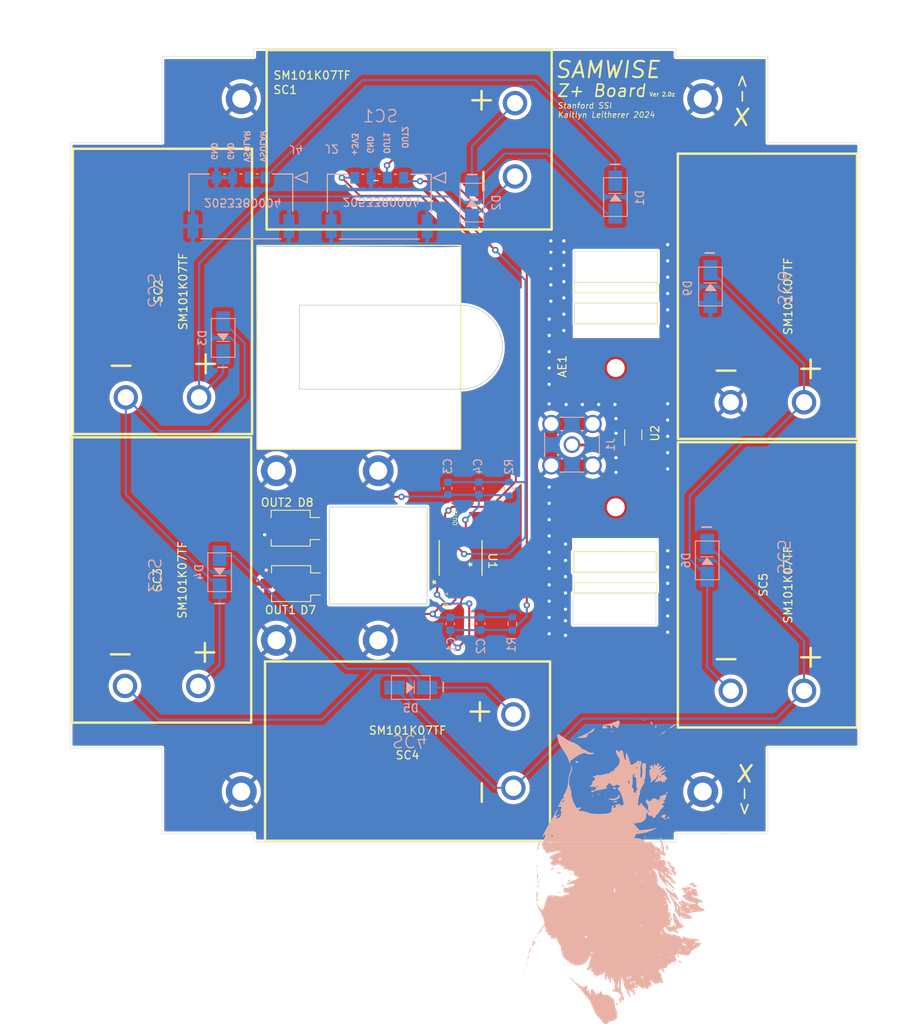
<source format=kicad_pcb>
(kicad_pcb (version 20221018) (generator pcbnew)
  (layers (0 "F.Cu" signal) (1 "In1.Cu" signal) (2 "In2.Cu" signal) (31 "B.Cu" signal) (34 "B.Paste" user) (35 "F.Paste" user) (36 "B.SilkS" user "B.Silkscreen") (37 "F.SilkS" user "F.Silkscreen") (38 "B.Mask" user) (39 "F.Mask" user) (44 "Edge.Cuts" user))
  (net 0 "")
  (net 1 "Net-(AE1-Pad1)")
  (net 2 "Net-(AE1-Pad2)")
  (net 3 "GND")
  (net 4 "Net-(D6-A)")
  (net 5 "VSOLAR")
  (net 6 "Net-(D1-A)")
  (net 7 "Net-(D2-A)")
  (net 8 "Net-(D3-A)")
  (net 9 "Net-(D4-A)")
  (net 10 "Net-(D5-A)")
  (net 11 "Net-(J1-In)")
  (net 13 "/Photodiode 1/IN-")
  (net 14 "OUT1")
  (net 15 "/Photodiode 2/IN-")
  (net 16 "OUT2")
  (net 17 "+3V3")
  (footprint "panels:SM101K07TF" (layer "F.Cu") (at 145.5 69.6 -90)
    (fp_text reference "SC2" (at 0 0.5 90) (layer "F.SilkS"))
    (fp_text value "SM101K07TF" (at 0 -2.54 90) (layer "F.SilkS"))
    (fp_text user "-" (at 8.89 5.08) (layer "F.SilkS") (effects (font (size 3 3) (thickness 0.3))))
    (fp_text user "+" (at 8.89 -5.08 90) (layer "F.SilkS") (effects (font (size 3 3) (thickness 0.3))))
    (pad "1" thru_hole circle (at 13 -4.5 270) (size 3 3) (drill 2) (layers "*.Cu" "*.Mask") (net 7 "Net-(D2-A)"))
    (pad "2" thru_hole circle (at 13 4.5 270) (size 3 3) (drill 2) (layers "*.Cu" "*.Mask") (net 8 "Net-(D3-A)"))
  )
  (footprint "MountingHole:MountingHole_2.2mm_M2_DIN965_Pad_TopBottom" (layer "F.Cu") (at 155.182 45.9656)
    (fp_text reference "H2" hide)
    (fp_text value "~")
    (pad "1" thru_hole circle locked (at 0 0) (size 2.6 2.6) (drill 2.2) (layers "*.Cu" "*.Mask") (net 3 "GND"))
    (pad "1" connect circle locked (at 0 0) (size 3.8 3.8) (layers "F.Cu" "F.Mask") (net 3 "GND"))
    (pad "1" connect circle locked (at 0 0) (size 3.8 3.8) (layers "B.Cu" "B.Mask") (net 3 "GND"))
  )
  (footprint "panels:LTC2051HS8#PBF" (layer "F.Cu") (at 182.12 102.29915 90)
    (fp_text reference "U1" (at -0.37415 3.935 270 unlocked) (layer "F.SilkS"))
    (fp_text value "LTC2051IS8_PBF")
    (fp_text user "*" (at -0.80085 1.505 90 unlocked) (layer "F.SilkS"))
    (fp_text user "*" (at -2.97585 -2.945 90) (layer "F.SilkS"))
    (pad "1" smd rect (at -2.72415 -1.905 90) (size 1.4605 0.5334) (layers "F.Cu" "F.Paste" "F.Mask") (net 14 "OUT1"))
    (pad "2" smd rect (at -2.72415 -0.635 90) (size 1.4605 0.5334) (layers "F.Cu" "F.Paste" "F.Mask") (net 13 "/Photodiode 1/IN-"))
    (pad "3" smd rect (at -2.72415 0.635 90) (size 1.4605 0.5334) (layers "F.Cu" "F.Paste" "F.Mask") (net 3 "GND"))
    (pad "4" smd rect (at -2.72415 1.905 90) (size 1.4605 0.5334) (layers "F.Cu" "F.Paste" "F.Mask") (net 3 "GND"))
    (pad "5" smd rect (at 2.72415 1.905 90) (size 1.4605 0.5334) (layers "F.Cu" "F.Paste" "F.Mask") (net 3 "GND"))
    (pad "6" smd rect (at 2.72415 0.635 90) (size 1.4605 0.5334) (layers "F.Cu" "F.Paste" "F.Mask") (net 15 "/Photodiode 2/IN-"))
    (pad "7" smd rect (at 2.72415 -0.635 90) (size 1.4605 0.5334) (layers "F.Cu" "F.Paste" "F.Mask") (net 16 "OUT2"))
    (pad "8" smd rect (at 2.72415 -1.905 90) (size 1.4605 0.5334) (layers "F.Cu" "F.Paste" "F.Mask") (net 17 "+3V3"))
  )
  (footprint "panels:SM101K07TF" (layer "F.Cu") (at 175.6 126)
    (fp_text reference "SC4" (at 0 0.5) (layer "F.SilkS"))
    (fp_text value "SM101K07TF" (at 0 -2.54) (layer "F.SilkS"))
    (fp_text user "-" (at 8.89 5.08 90) (layer "F.SilkS") (effects (font (size 3 3) (thickness 0.3))))
    (fp_text user "+" (at 8.89 -5.08) (layer "F.SilkS") (effects (font (size 3 3) (thickness 0.3))))
    (pad "1" thru_hole circle (at 13 -4.5) (size 3 3) (drill 2) (layers "*.Cu" "*.Mask") (net 9 "Net-(D4-A)"))
    (pad "2" thru_hole circle (at 13 4.5) (size 3 3) (drill 2) (layers "*.Cu" "*.Mask") (net 10 "Net-(D5-A)"))
  )
  (footprint "MountingHole:MountingHole_2.2mm_M2_DIN965_Pad_TopBottom" (layer "F.Cu") (at 159.5 112.4 90)
    (fp_text reference "H4" hide)
    (fp_text value "~")
    (pad "1" thru_hole circle (at 0 0 90) (size 2.6 2.6) (drill 2.2) (layers "*.Cu" "*.Mask") (net 3 "GND"))
    (pad "1" connect circle (at 0 0 90) (size 3.8 3.8) (layers "F.Cu" "F.Mask") (net 3 "GND"))
    (pad "1" connect circle (at 0 0 90) (size 3.8 3.8) (layers "B.Cu" "B.Mask") (net 3 "GND"))
  )
  (footprint "MountingHole:MountingHole_2.2mm_M2_DIN965_Pad_TopBottom" (layer "F.Cu") (at 172 112.4)
    (fp_text reference "H8" hide)
    (fp_text value "~")
    (pad "1" thru_hole circle (at 0 0) (size 2.6 2.6) (drill 2.2) (layers "*.Cu" "*.Mask") (net 3 "GND"))
    (pad "1" connect circle (at 0 0) (size 3.8 3.8) (layers "F.Cu" "F.Mask") (net 3 "GND"))
    (pad "1" connect circle (at 0 0) (size 3.8 3.8) (layers "B.Cu" "B.Mask") (net 3 "GND"))
  )
  (footprint "OptoDevice:Osram_SFH2430" (layer "F.Cu") (at 161.3 105.45 180)
    (fp_text reference "D7" (at -2.1 -3.25) (layer "F.SilkS"))
    (fp_text value "SFH2430" hide)
    (pad "1" smd roundrect (at -3.05 0) (size 1.4 2) (layers "F.Cu" "F.Mask") (roundrect_rratio 0.125) (net 13 "/Photodiode 1/IN-"))
    (pad "2" smd roundrect (at 3.05 0) (size 1.4 1.2) (layers "F.Cu" "F.Mask") (roundrect_rratio 0.125) (net 3 "GND"))
  )
  (footprint "MountingHole:MountingHole_2.2mm_M2_DIN965_Pad_TopBottom" (layer "F.Cu") (at 172 91.6)
    (fp_text reference "H7" hide)
    (fp_text value "~")
    (pad "1" thru_hole circle (at 0 0) (size 2.6 2.6) (drill 2.2) (layers "*.Cu" "*.Mask") (net 3 "GND"))
    (pad "1" connect circle (at 0 0) (size 3.8 3.8) (layers "F.Cu" "F.Mask") (net 3 "GND"))
    (pad "1" connect circle (at 0 0) (size 3.8 3.8) (layers "B.Cu" "B.Mask") (net 3 "GND"))
  )
  (footprint "MountingHole:MountingHole_2.2mm_M2_DIN965_Pad_TopBottom" (layer "F.Cu") (at 211.856 45.9656)
    (fp_text reference "H5" hide)
    (fp_text value "~")
    (pad "1" thru_hole circle locked (at 0 0) (size 2.6 2.6) (drill 2.2) (layers "*.Cu" "*.Mask") (net 3 "GND"))
    (pad "1" connect circle locked (at 0 0) (size 3.8 3.8) (layers "F.Cu" "F.Mask") (net 3 "GND"))
    (pad "1" connect circle locked (at 0 0) (size 3.8 3.8) (layers "B.Cu" "B.Mask") (net 3 "GND"))
  )
  (footprint "panels:SM101K07TF" (layer "F.Cu") (at 175.8 51)
    (fp_text reference "SC1" (at -15.22 -6.128) (layer "F.SilkS"))
    (fp_text value "SM101K07TF" (at -11.918 -7.906) (layer "F.SilkS"))
    (fp_text user "-" (at 8.89 5.08 90) (layer "F.SilkS") (effects (font (size 3 3) (thickness 0.3))))
    (fp_text user "+" (at 8.89 -5.08) (layer "F.SilkS") (effects (font (size 3 3) (thickness 0.3))))
    (pad "1" thru_hole circle (at 13 -4.5) (size 3 3) (drill 2) (layers "*.Cu" "*.Mask") (net 6 "Net-(D1-A)"))
    (pad "2" thru_hole circle (at 13 4.5) (size 3 3) (drill 2) (layers "*.Cu" "*.Mask") (net 7 "Net-(D2-A)"))
  )
  (footprint "panels:SM101K07TF" (layer "F.Cu") (at 219.8 70.2 -90)
    (fp_text reference "SC6" hide)
    (fp_text value "SM101K07TF" (at 0 -2.54 90) (layer "F.SilkS"))
    (fp_text user "-" (at 8.89 5.08) (layer "F.SilkS") (effects (font (size 3 3) (thickness 0.3))))
    (fp_text user "+" (at 8.89 -5.08 90) (layer "F.SilkS") (effects (font (size 3 3) (thickness 0.3))))
    (pad "1" thru_hole circle (at 13 -4.5 270) (size 3 3) (drill 2) (layers "*.Cu" "*.Mask") (net 4 "Net-(D6-A)"))
    (pad "2" thru_hole circle (at 13 4.5 270) (size 3 3) (drill 2) (layers "*.Cu" "*.Mask") (net 3 "GND"))
  )
  (footprint "panels:UHF_Dipole_Antenna_Mount" (layer "F.Cu") (at 199.9 87.54 90)
    (fp_text reference "AE1" (at 8.74 -5.3 90) (layer "F.SilkS"))
    (fp_text value "UHF_Dipole_Antenna")
    (pad "" np_thru_hole custom locked (at -8.54 1.27 90) (size 4 11) (drill 2.2) (layers "F.Cu" "F.Mask") (net 1 "Net-(AE1-Pad1)") (options (clearance outline) (anchor rect)) (primitives))
    (pad "" np_thru_hole rect locked (at 8.54 1.27 90) (size 4 11) (drill 2.2) (layers "F.Cu" "F.Mask") (net 2 "Net-(AE1-Pad2)"))
    (pad "1" smd rect locked (at -8.54 6.35 90) (size 4 1) (layers "F.Cu" "F.Paste" "F.Mask") (net 1 "Net-(AE1-Pad1)"))
    (pad "2" smd rect locked (at 8.54 6.35 90) (size 4 1) (layers "F.Cu" "F.Paste" "F.Mask") (net 2 "Net-(AE1-Pad2)"))
  )
  (footprint "panels:SM101K07TF" (layer "F.Cu") (at 145.4 105 -90)
    (fp_text reference "SC3" (at 0 0.5 90) (layer "F.SilkS"))
    (fp_text value "SM101K07TF" (at 0 -2.54 90) (layer "F.SilkS"))
    (fp_text user "-" (at 8.89 5.08) (layer "F.SilkS") (effects (font (size 3 3) (thickness 0.3))))
    (fp_text user "+" (at 8.89 -5.08 90) (layer "F.SilkS") (effects (font (size 3 3) (thickness 0.3))))
    (pad "1" thru_hole circle (at 13 -4.5 270) (size 3 3) (drill 2) (layers "*.Cu" "*.Mask") (net 8 "Net-(D3-A)"))
    (pad "2" thru_hole circle (at 13 4.5 270) (size 3 3) (drill 2) (layers "*.Cu" "*.Mask") (net 9 "Net-(D4-A)"))
  )
  (footprint "MountingHole:MountingHole_2.2mm_M2_DIN965_Pad_TopBottom" (layer "F.Cu") (at 211.856 130.9656)
    (fp_text reference "H6" hide)
    (fp_text value "~")
    (pad "1" thru_hole circle locked (at 0 0) (size 2.6 2.6) (drill 2.2) (layers "*.Cu" "*.Mask") (net 3 "GND"))
    (pad "1" connect circle locked (at 0 0) (size 3.8 3.8) (layers "F.Cu" "F.Mask") (net 3 "GND"))
    (pad "1" connect circle locked (at 0 0) (size 3.8 3.8) (layers "B.Cu" "B.Mask") (net 3 "GND"))
  )
  (footprint "OptoDevice:Osram_SFH2430" (layer "F.Cu") (at 161.25 98.65 180)
    (fp_text reference "D8" hide)
    (fp_text value "SFH2430" hide)
    (fp_text user "${REFERENCE}" (at -1.825 3.15) (layer "F.SilkS"))
    (pad "1" smd roundrect (at -3.05 0) (size 1.4 2) (layers "F.Cu" "F.Mask") (roundrect_rratio 0.125) (net 15 "/Photodiode 2/IN-"))
    (pad "2" smd roundrect (at 3.05 0) (size 1.4 1.2) (layers "F.Cu" "F.Mask") (roundrect_rratio 0.125) (net 3 "GND"))
  )
  (footprint "panels:SM101K07TF" (layer "F.Cu") (at 219.8 105.6 -90)
    (fp_text reference "SC5" (at 0 0.5 -270) (layer "F.SilkS"))
    (fp_text value "SM101K07TF" (at 0 -2.54 -270) (layer "F.SilkS"))
    (fp_text user "-" (at 8.89 5.08) (layer "F.SilkS") (effects (font (size 3 3) (thickness 0.3))))
    (fp_text user "+" (at 8.89 -5.08 -270) (layer "F.SilkS") (effects (font (size 3 3) (thickness 0.3))))
    (pad "1" thru_hole circle (at 13 -4.5 270) (size 3 3) (drill 2) (layers "*.Cu" "*.Mask") (net 10 "Net-(D5-A)"))
    (pad "2" thru_hole circle (at 13 4.5 270) (size 3 3) (drill 2) (layers "*.Cu" "*.Mask") (net 4 "Net-(D6-A)"))
  )
  (footprint "MountingHole:MountingHole_2.2mm_M2_DIN965_Pad_TopBottom" (layer "F.Cu") (at 155.182 130.9656)
    (fp_text reference "H1" hide)
    (fp_text value "~")
    (pad "1" thru_hole circle locked (at 0 0) (size 2.6 2.6) (drill 2.2) (layers "*.Cu" "*.Mask") (net 3 "GND"))
    (pad "1" connect circle locked (at 0 0) (size 3.8 3.8) (layers "F.Cu" "F.Mask") (net 3 "GND"))
    (pad "1" connect circle locked (at 0 0) (size 3.8 3.8) (layers "B.Cu" "B.Mask") (net 3 "GND"))
  )
  (footprint "panels:HHM1589D1" (layer "F.Cu") (at 203.324 87.184 90)
    (fp_text reference "U2" (at 0.184 2.676 90) (layer "F.SilkS"))
    (fp_text value "HHM1589D1")
    (pad "1" smd rect locked (at -0.9 -0.65 90) (size 1 0.35) (layers "F.Cu" "F.Paste" "F.Mask") (net 11 "Net-(J1-In)") (clearance 0.2))
    (pad "2" smd rect locked (at -0.9 0 90) (size 1 0.35) (layers "F.Cu" "F.Paste" "F.Mask") (net 3 "GND"))
    (pad "3" smd rect locked (at -0.9 0.65 90) (size 1 0.35) (layers "F.Cu" "F.Paste" "F.Mask") (net 1 "Net-(AE1-Pad1)") (clearance 0.2))
    (pad "4" smd rect locked (at 0.9 0.65 90) (size 1 0.35) (layers "F.Cu" "F.Paste" "F.Mask") (net 2 "Net-(AE1-Pad2)") (clearance 0.2))
    (pad "5" smd rect locked (at 0.9 0 90) (size 1 0.35) (layers "F.Cu" "F.Paste" "F.Mask") (net 3 "GND"))
    (pad "6" smd rect locked (at 0.9 -0.65 90) (size 1 0.35) (layers "F.Cu" "F.Paste" "F.Mask") (clearance 0.2))
  )
  (footprint "MountingHole:MountingHole_2.2mm_M2_DIN965_Pad_TopBottom" (layer "F.Cu") (at 159.5 91.6)
    (fp_text reference "H3" hide)
    (fp_text value "~")
    (pad "1" thru_hole circle (at 0 0) (size 2.6 2.6) (drill 2.2) (layers "*.Cu" "*.Mask") (net 3 "GND"))
    (pad "1" connect circle (at 0 0) (size 3.8 3.8) (layers "F.Cu" "F.Mask") (net 3 "GND"))
    (pad "1" connect circle (at 0 0) (size 3.8 3.8) (layers "B.Cu" "B.Mask") (net 3 "GND"))
  )
  (footprint "panels:CON_2053380004" (layer "B.Cu") (at 158.135004 55.624999)
    (fp_text reference "J4" (at 3.789996 -3.449999 180 unlocked) (layer "B.SilkS") (effects (justify mirror)))
    (fp_text value "Conn_01x04_MountingPin" hide)
    (fp_text user "2053380004" (at -2.785004 3.075001 180 unlocked) (layer "B.SilkS") (effects (justify mirror)))
    (pad "1" smd rect (at 0 0) (size 1.1 1.45) (layers "B.Cu" "B.Paste" "B.Mask") (net 5 "VSOLAR"))
    (pad "2" smd rect (at -2.000001 0) (size 1.1 1.45) (layers "B.Cu" "B.Paste" "B.Mask") (net 5 "VSOLAR"))
    (pad "3" smd rect (at -4 0) (size 1.1 1.45) (layers "B.Cu" "B.Paste" "B.Mask") (net 3 "GND"))
    (pad "4" smd rect (at -6.000001 0) (size 1.1 1.45) (layers "B.Cu" "B.Paste" "B.Mask") (net 3 "GND"))
    (pad "MP" smd rect (at -8.894999 5.974999) (size 1.35 2.899999) (layers "B.Cu" "B.Paste" "B.Mask") (net 3 "GND"))
    (pad "MP" smd rect (at 2.894998 5.974999) (size 1.35 2.899999) (layers "B.Cu" "B.Paste" "B.Mask") (net 3 "GND"))
  )
  (footprint "panels:DO-214AC" (layer "B.Cu") (at 183.5 58.7 -90)
    (fp_text reference "D2" (at 0 -3 90) (layer "B.SilkS") (effects (justify mirror)))
    (fp_text value "CDBA240LL" hide)
    (pad "1" smd rect (at -2 0 270) (size 2.5 1.7) (layers "B.Cu" "B.Paste" "B.Mask") (net 6 "Net-(D1-A)"))
    (pad "2" smd rect (at 2 0 270) (size 2.5 1.7) (layers "B.Cu" "B.Paste" "B.Mask") (net 7 "Net-(D2-A)"))
  )
  (footprint "Capacitor_SMD:C_0603_1608Metric" (layer "B.Cu") (at 180.85 110.375 -90)
    (fp_text reference "C1" (at 2.575 -0.11 90) (layer "B.SilkS") (effects (justify mirror)))
    (fp_text value "1nF")
    (pad "1" smd roundrect (at -0.775 0 270) (size 0.9 0.95) (layers "B.Cu" "B.Paste" "B.Mask") (net 13 "/Photodiode 1/IN-"))
    (pad "2" smd roundrect (at 0.775 0 270) (size 0.9 0.95) (layers "B.Cu" "B.Paste" "B.Mask") (net 14 "OUT1"))
  )
  (footprint "panels:DO-214AC" (layer "B.Cu") (at 152.95 75.3 90)
    (fp_text reference "D3" (at 0 -2.54 90) (layer "B.SilkS") (effects (justify mirror)))
    (fp_text value "CDBA240LL")
    (pad "1" smd rect (at -2 0 90) (size 2.5 1.7) (layers "B.Cu" "B.Paste" "B.Mask") (net 7 "Net-(D2-A)"))
    (pad "2" smd rect (at 2 0 90) (size 2.5 1.7) (layers "B.Cu" "B.Paste" "B.Mask") (net 8 "Net-(D3-A)"))
  )
  (footprint "panels:CON_2053380004" (layer "B.Cu") (at 175.125001 55.65)
    (fp_text reference "J2" (at -8.825001 -3.55 180 unlocked) (layer "B.SilkS") (effects (justify mirror)))
    (fp_text value "Conn_01x04_MountingPin" hide)
    (fp_text user "2053380004" (at -2.750001 2.975 180 unlocked) (layer "B.SilkS") (effects (justify mirror)))
    (pad "1" smd rect (at 0 0) (size 1.1 1.45) (layers "B.Cu" "B.Paste" "B.Mask") (net 16 "OUT2"))
    (pad "2" smd rect (at -2.000001 0) (size 1.1 1.45) (layers "B.Cu" "B.Paste" "B.Mask") (net 14 "OUT1"))
    (pad "3" smd rect (at -4 0) (size 1.1 1.45) (layers "B.Cu" "B.Paste" "B.Mask") (net 3 "GND"))
    (pad "4" smd rect (at -6.000001 0) (size 1.1 1.45) (layers "B.Cu" "B.Paste" "B.Mask") (net 17 "+3V3"))
    (pad "MP" smd rect (at -8.894999 5.974999) (size 1.35 2.899999) (layers "B.Cu" "B.Paste" "B.Mask") (net 3 "GND"))
    (pad "MP" smd rect (at 2.894998 5.974999) (size 1.35 2.899999) (layers "B.Cu" "B.Paste" "B.Mask") (net 3 "GND"))
  )
  (footprint "Capacitor_SMD:C_0603_1608Metric" (layer "B.Cu") (at 180.55 93.775 90)
    (fp_text reference "C3" (at 2.725 -0.01 90) (layer "B.SilkS") (effects (justify mirror)))
    (fp_text value "1nF")
    (pad "1" smd roundrect (at -0.775 0 90) (size 0.9 0.95) (layers "B.Cu" "B.Paste" "B.Mask") (net 15 "/Photodiode 2/IN-"))
    (pad "2" smd roundrect (at 0.775 0 90) (size 0.9 0.95) (layers "B.Cu" "B.Paste" "B.Mask") (net 16 "OUT2"))
  )
  (footprint "Resistor_SMD:R_0603_1608Metric" (layer "B.Cu") (at 188.05 93.825 90)
    (fp_text reference "R2" (at 2.725 0.01 90) (layer "B.SilkS") (effects (justify mirror)))
    (fp_text value "3.9k")
    (pad "1" smd roundrect (at -0.825 0 90) (size 0.8 0.95) (layers "B.Cu" "B.Paste" "B.Mask") (net 15 "/Photodiode 2/IN-"))
    (pad "2" smd roundrect (at 0.825 0 90) (size 0.8 0.95) (layers "B.Cu" "B.Paste" "B.Mask") (net 16 "OUT2"))
  )
  (footprint "panels:DO-214AC" (layer "B.Cu") (at 201.125 58.025 -90)
    (fp_text reference "D1" (at 0.12 -3 90) (layer "B.SilkS") (effects (justify mirror)))
    (fp_text value "CDBA240LL" hide)
    (pad "1" smd rect (at -2 0 270) (size 2.5 1.7) (layers "B.Cu" "B.Paste" "B.Mask") (net 5 "VSOLAR"))
    (pad "2" smd rect (at 2 0 270) (size 2.5 1.7) (layers "B.Cu" "B.Paste" "B.Mask") (net 6 "Net-(D1-A)"))
  )
  (footprint "Capacitor_SMD:C_0603_1608Metric" (layer "B.Cu") (at 184.35 93.775 90)
    (fp_text reference "C4" (at 2.725 -0.1 90) (layer "B.SilkS") (effects (justify mirror)))
    (fp_text value "100nF")
    (pad "1" smd roundrect (at -0.775 0 90) (size 0.9 0.95) (layers "B.Cu" "B.Paste" "B.Mask") (net 15 "/Photodiode 2/IN-"))
    (pad "2" smd roundrect (at 0.775 0 90) (size 0.9 0.95) (layers "B.Cu" "B.Paste" "B.Mask") (net 16 "OUT2"))
  )
  (footprint "LOGO" (layer "B.Cu") (at 203.2 141.175 180)
    (fp_text reference "G***" hide)
    (fp_text value "LOGO" hide)
  )
  (footprint "panels:DO-214AC" (layer "B.Cu") (at 212.4 102.6 -90)
    (fp_text reference "D6" (at 0 2.6 90) (layer "B.SilkS") (effects (justify mirror)))
    (fp_text value "CDBA240LL" hide)
    (pad "1" smd rect (at -2 0 270) (size 2.5 1.7) (layers "B.Cu" "B.Paste" "B.Mask") (net 10 "Net-(D5-A)"))
    (pad "2" smd rect (at 2 0 270) (size 2.5 1.7) (layers "B.Cu" "B.Paste" "B.Mask") (net 4 "Net-(D6-A)"))
  )
  (footprint "panels:DO-214AC" (layer "B.Cu") (at 212.8 69 -90)
    (fp_text reference "D9" (at 0.2 2.8 -270) (layer "B.SilkS") (effects (justify mirror)))
    (fp_text value "CDBA240LL")
    (pad "1" smd rect (at -2 0 270) (size 2.5 1.7) (layers "B.Cu" "B.Paste" "B.Mask") (net 4 "Net-(D6-A)"))
    (pad "2" smd rect (at 2 0 270) (size 2.5 1.7) (layers "B.Cu" "B.Paste" "B.Mask") (net 3 "GND"))
  )
  (footprint "Capacitor_SMD:C_0603_1608Metric" (layer "B.Cu") (at 184.6 110.35 -90)
    (fp_text reference "C2" (at 2.775 0 90) (layer "B.SilkS") (effects (justify mirror)))
    (fp_text value "100nF")
    (pad "1" smd roundrect (at -0.775 0 270) (size 0.9 0.95) (layers "B.Cu" "B.Paste" "B.Mask") (net 13 "/Photodiode 1/IN-"))
    (pad "2" smd roundrect (at 0.775 0 270) (size 0.9 0.95) (layers "B.Cu" "B.Paste" "B.Mask") (net 14 "OUT1"))
  )
  (footprint "panels:DO-214AC" (layer "B.Cu") (at 176 118.2 180)
    (fp_text reference "D5" (at 0 -2.54) (layer "B.SilkS") (effects (justify mirror)))
    (fp_text value "CDBA240LL")
    (pad "1" smd rect (at -2 0 180) (size 2.5 1.7) (layers "B.Cu" "B.Paste" "B.Mask") (net 9 "Net-(D4-A)"))
    (pad "2" smd rect (at 2 0 180) (size 2.5 1.7) (layers "B.Cu" "B.Paste" "B.Mask") (net 10 "Net-(D5-A)"))
  )
  (footprint "Resistor_SMD:R_0603_1608Metric" (layer "B.Cu") (at 188.475 110.375 -90)
    (fp_text reference "R1" (at 2.575 0.11 90) (layer "B.SilkS") (effects (justify mirror)))
    (fp_text value "3.9k")
    (pad "1" smd roundrect (at -0.825 0 270) (size 0.8 0.95) (layers "B.Cu" "B.Paste" "B.Mask") (net 13 "/Photodiode 1/IN-"))
    (pad "2" smd roundrect (at 0.825 0 270) (size 0.8 0.95) (layers "B.Cu" "B.Paste" "B.Mask") (net 14 "OUT1"))
  )
  (footprint "panels:SMA_Amphenol_901-144_Vertical" (layer "B.Cu") (at 195.8 88.4 90)
    (fp_text reference "J1" (at 0 4.75 90) (layer "B.SilkS") (effects (justify mirror)))
    (fp_text value "SMA Connector Male" hide)
    (pad "1" thru_hole circle locked (at 0 0 90) (size 2.05 2.05) (drill 1.5) (layers "*.Cu" "*.Mask") (net 11 "Net-(J1-In)"))
    (pad "2" thru_hole circle locked (at -2.54 -2.54 90) (size 2.25 2.25) (drill 1.7) (layers "*.Cu" "*.Mask") (net 3 "GND"))
    (pad "2" thru_hole circle locked (at -2.54 2.54 90) (size 2.25 2.25) (drill 1.7) (layers "*.Cu" "*.Mask") (net 3 "GND"))
    (pad "2" thru_hole circle locked (at 2.54 -2.54 90) (size 2.25 2.25) (drill 1.7) (layers "*.Cu" "*.Mask") (net 3 "GND"))
    (pad "2" thru_hole circle locked (at 2.54 2.54 90) (size 2.25 2.25) (drill 1.7) (layers "*.Cu" "*.Mask") (net 3 "GND"))
  )
  (footprint "panels:DO-214AC" (layer "B.Cu") (at 152.525 104.05 90)
    (fp_text reference "D4" (at 0.02 -2.52 90) (layer "B.SilkS") (effects (justify mirror)))
    (fp_text value "CDBA240LL")
    (pad "1" smd rect (at -2 0 90) (size 2.5 1.7) (layers "B.Cu" "B.Paste" "B.Mask") (net 8 "Net-(D3-A)"))
    (pad "2" smd rect (at 2 0 90) (size 2.5 1.7) (layers "B.Cu" "B.Paste" "B.Mask") (net 9 "Net-(D4-A)"))
  )
  (gr_line (start 171.746 56) (end 172 56) (stroke (width 0.15)) (layer "F.SilkS"))
  (gr_line (start 171.746 56) (end 171.492 56) (stroke (width 0.15)) (layer "F.SilkS"))
  (gr_rect (start 157.124013 63.956531) (end 182.124013 88.956531) (stroke (width 0.15)) (fill none) (layer "F.SilkS"))
  (gr_line locked (start 219.858 40.8068) (end 208.584 40.8068) (stroke (width 0.05)) (layer "Edge.Cuts"))
  (gr_line locked (start 208.584 39.8068) (end 208.584 40.8068) (stroke (width 0.05)) (layer "Edge.Cuts"))
  (gr_line locked (start 208.584 39.8068) (end 156.712 39.8068) (stroke (width 0.05)) (layer "Edge.Cuts"))
  (gr_line locked (start 219.856 136.1356) (end 219.856 125.62) (stroke (width 0.05)) (layer "Edge.Cuts"))
  (gr_arc (start 182.097986 71.29662) (mid 187.250036 76.44662) (end 182.097986 81.59662) (stroke (width 0.1)) (layer "Edge.Cuts"))
  (gr_line locked (start 156.712 40.8068) (end 145.438 40.8068) (stroke (width 0.05)) (layer "Edge.Cuts"))
  (gr_line locked (start 145.438 51.3224) (end 134.164 51.3224) (stroke (width 0.05)) (layer "Edge.Cuts"))
  (gr_line locked (start 196.149035 71.024) (end 196.149035 73.564) (stroke (width 0.05)) (layer "Edge.Cuts"))
  (gr_line locked (start 219.858 51.3224) (end 219.858 40.8068) (stroke (width 0.05)) (layer "Edge.Cuts"))
  (gr_line (start 206.109035 101.544) (end 206.109035 104.084) (stroke (width 0.05)) (layer "Edge.Cuts"))
  (gr_line (start 206.109035 104.084) (end 195.949035 104.084) (stroke (width 0.05)) (layer "Edge.Cuts"))
  (gr_line (start 206.104 106.624) (end 195.944 106.624) (stroke (width 0.05)) (layer "Edge.Cuts"))
  (gr_line locked (start 206.304 68.484) (end 206.304 64.674) (stroke (width 0.05)) (layer "Edge.Cuts"))
  (gr_line locked (start 196.144 64.674) (end 196.144 68.484) (stroke (width 0.05)) (layer "Edge.Cuts"))
  (gr_line (start 195.949035 101.544) (end 206.109035 101.544) (stroke (width 0.05)) (layer "Edge.Cuts"))
  (gr_line locked (start 231.13 125.62) (end 219.856 125.62) (stroke (width 0.05)) (layer "Edge.Cuts"))
  (gr_line (start 162.322986 81.59662) (end 182.097986 81.59662) (stroke (width 0.1)) (layer "Edge.Cuts"))
  (gr_line locked (start 145.436 125.62) (end 134.162 125.62) (stroke (width 0.05)) (layer "Edge.Cuts"))
  (gr_line locked (start 206.309035 73.564) (end 206.309035 71.024) (stroke (width 0.05)) (layer "Edge.Cuts"))
  (gr_line locked (start 145.438 51.3224) (end 145.438 40.8068) (stroke (width 0.05)) (layer "Edge.Cuts"))
  (gr_line (start 195.944 110.434) (end 206.104 110.434) (stroke (width 0.05)) (layer "Edge.Cuts"))
  (gr_line locked (start 206.304 64.674) (end 196.144 64.674) (stroke (width 0.05)) (layer "Edge.Cuts"))
  (gr_line locked (start 156.71 137.1356) (end 156.71 136.1356) (stroke (width 0.05)) (layer "Edge.Cuts"))
  (gr_line locked (start 134.164 51.3224) (end 134.162 125.62) (stroke (width 0.05)) (layer "Edge.Cuts"))
  (gr_line locked (start 156.71 136.1356) (end 145.436 136.1356) (stroke (width 0.05)) (layer "Edge.Cuts"))
  (gr_line locked (start 219.856 136.1356) (end 208.582 136.1356) (stroke (width 0.05)) (layer "Edge.Cuts"))
  (gr_line (start 195.944 106.624) (end 195.944 110.434) (stroke (width 0.05)) (layer "Edge.Cuts"))
  (gr_line (start 162.322986 71.29662) (end 182.097986 71.29662) (stroke (width 0.1)) (layer "Edge.Cuts"))
  (gr_line (start 162.322986 71.29662) (end 162.322986 81.59662) (stroke (width 0.1)) (layer "Edge.Cuts"))
  (gr_line locked (start 208.582 137.1356) (end 156.71 137.1356) (stroke (width 0.05)) (layer "Edge.Cuts"))
  (gr_line locked (start 231.13 125.62) (end 231.132 51.3224) (stroke (width 0.05)) (layer "Edge.Cuts"))
  (gr_line (start 195.949035 104.084) (end 195.949035 101.544) (stroke (width 0.05)) (layer "Edge.Cuts"))
  (gr_line locked (start 231.132 51.3224) (end 219.858 51.3224) (stroke (width 0.05)) (layer "Edge.Cuts"))
  (gr_line locked (start 156.712 40.8068) (end 156.712 39.8068) (stroke (width 0.05)) (layer "Edge.Cuts"))
  (gr_line locked (start 206.309035 71.024) (end 196.149035 71.024) (stroke (width 0.05)) (layer "Edge.Cuts"))
  (gr_line locked (start 196.144 68.484) (end 206.304 68.484) (stroke (width 0.05)) (layer "Edge.Cuts"))
  (gr_line locked (start 208.582 136.1356) (end 208.582 137.1356) (stroke (width 0.05)) (layer "Edge.Cuts"))
  (gr_line locked (start 196.149035 73.564) (end 206.309035 73.564) (stroke (width 0.05)) (layer "Edge.Cuts"))
  (gr_line locked (start 145.436 136.1356) (end 145.436 125.62) (stroke (width 0.05)) (layer "Edge.Cuts"))
  (gr_line (start 206.104 110.434) (end 206.104 106.624) (stroke (width 0.05)) (layer "Edge.Cuts"))
  (gr_rect (start 166 96.05) (end 178 107.95) (stroke (width 0.1)) (fill none) (layer "Edge.Cuts"))
  (gr_text "SC4" (at 175.875 124.775 180) (layer "B.SilkS") (effects (font (size 1.5 1.5)) (justify mirror)))
  (gr_text "+3V3" (at 169.125 51.575 -90) (layer "B.SilkS") (effects (font (size 0.7 0.7)) (justify mirror)))
  (gr_text "OUT2" (at 175.275 50.7 -90) (layer "B.SilkS") (effects (font (size 0.7 0.7)) (justify mirror)))
  (gr_text "VSOLAR\n" (at 157.85 51.8 -90) (layer "B.SilkS") (effects (font (size 0.7 0.7)) (justify mirror)))
  (gr_text "SC6" (at 221.825 69.2 270) (layer "B.SilkS") (effects (font (size 1.5 1.5)) (justify mirror)))
  (gr_text "GND" (at 151.85 52.4 -90) (layer "B.SilkS") (effects (font (size 0.7 0.7)) (justify mirror)))
  (gr_text "SC5" (at 221.775 102.175 270) (layer "B.SilkS") (effects (font (size 1.5 1.5)) (justify mirror)))
  (gr_text "-" (at 152.95 79.025 180) (layer "B.SilkS") (effects (font (size 1.5 1.5) (thickness 0.2) italic)))
  (gr_text "-" (at 180.1 118.075 -90) (layer "B.SilkS") (effects (font (size 1.5 1.5) (thickness 0.2) italic)))
  (gr_text "-" (at 152.575 108 180) (layer "B.SilkS") (effects (font (size 1.5 1.5) (thickness 0.2) italic)))
  (gr_text "SC2" (at 144.575 69.475 90) (layer "B.SilkS") (effects (font (size 1.5 1.5)) (justify mirror)))
  (gr_text "-" (at 183.6 55.375 180) (layer "B.SilkS") (effects (font (size 1.5 1.5) (thickness 0.2) italic)))
  (gr_text "-" (at 212.4 98.625 180) (layer "B.SilkS") (effects (font (size 1.5 1.5) (thickness 0.2) italic)))
  (gr_text "VSOLAR\n" (at 155.85 51.8 -90) (layer "B.SilkS") (effects (font (size 0.7 0.7)) (justify mirror)))
  (gr_text "OUT1" (at 173.025 51.375 -90) (layer "B.SilkS") (effects (font (size 0.7 0.7)) (justify mirror)))
  (gr_text "-" (at 201.15 54.125 180) (layer "B.SilkS") (effects (font (size 1.5 1.5) (thickness 0.2) italic)))
  (gr_text "SC1" (at 172.25 48.1) (layer "B.SilkS") (effects (font (size 1.5 1.5)) (justify mirror)))
  (gr_text "-" (at 212.775 65 180) (layer "B.SilkS") (effects (font (size 1.5 1.5) (thickness 0.2) italic)))
  (gr_text "GND" (at 153.85 52.4 -90) (layer "B.SilkS") (effects (font (size 0.7 0.7)) (justify mirror)))
  (gr_text "GND" (at 171 51.6 -90) (layer "B.SilkS") (effects (font (size 0.7 0.7)) (justify mirror)))
  (gr_text "SC3" (at 144.625 104.45 90) (layer "B.SilkS") (effects (font (size 1.5 1.5)) (justify mirror)))
  (gr_text "->" (at 216.6 44.8 90) (layer "F.SilkS") (effects (font (size 1.5 1.5) (thickness 0.2) italic)))
  (gr_text "->" (at 217.1 132.1 -90) (layer "F.SilkS") (effects (font (size 1.5 1.5) (thickness 0.2) italic)))
  (gr_text "X" (at 216.525 48.275) (layer "F.SilkS") (effects (font (size 2 2) (thickness 0.3) bold italic)))
  (gr_text "OUT2\n" (at 181.45 97.375 90) (layer "F.SilkS") (effects (font (size 0.5 0.5) (thickness 0.075))))
  (gr_text "Stanford SSI \nKaitlyn Leitherer 2024" (at 193.975 47.375) (layer "F.SilkS") (effects (font (size 0.7 0.7) (thickness 0.1) italic) (justify left)))
  (gr_text "Z+ Board" (at 199.425 44.975) (layer "F.SilkS") (effects (font (size 1.5 1.5) (thickness 0.2) italic)))
  (gr_text "X" (at 217.175 128.625 180) (layer "F.SilkS") (effects (font (size 2 2) (thickness 0.3) bold italic)))
  (gr_text "OUT1" (at 180.275 107.425 90) (layer "F.SilkS") (effects (font (size 0.5 0.5) (thickness 0.075))))
  (gr_text "SAMWISE" (at 200.2 42.4) (layer "F.SilkS") (effects (font (size 2 2) (thickness 0.25) italic)))
  (gr_text "OUT1\n" (at 160 108.675) (layer "F.SilkS") (effects (font (size 1 1))))
  (gr_text "OUT2\n" (at 159.5 95.5) (layer "F.SilkS") (effects (font (size 1 1))))
  (gr_text "Ver 2.0z" (at 206.875 45.425) (layer "F.SilkS") (effects (font (size 0.5 0.5) (thickness 0.1))))
  (segment (start 201.17 96.08) (end 203.974 93.276) (width 0.3424) (layer "F.Cu") (net 1))
  (segment (start 203.974 93.276) (end 203.974 88.084) (width 0.3424) (layer "F.Cu") (net 1))
  (segment (start 203.974 81.804) (end 201.17 79) (width 0.3424) (layer "F.Cu") (net 2))
  (segment (start 203.974 86.284) (end 203.974 81.804) (width 0.3424) (layer "F.Cu") (net 2))
  (segment (start 193.26 90.94) (end 198.34 90.94) (width 1.5) (layer "F.Cu") (net 3))
  (segment (start 193.26 85.86) (end 193.26 90.94) (width 1.5) (layer "F.Cu") (net 3))
  (segment (start 198.34 85.86) (end 193.26 85.86) (width 1.5) (layer "F.Cu") (net 3))
  (segment (start 203.324 86.284) (end 203.324 85.5166) (width 0.3424) (layer "F.Cu") (net 3))
  (segment (start 203.0074 85.2) (end 201.2 85.2) (width 0.3424) (layer "F.Cu") (net 3))
  (segment (start 203.324 85.5166) (end 203.0074 85.2) (width 0.3424) (layer "F.Cu") (net 3))
  (segment (start 203.324 86.284) (end 203.324 88.084) (width 0.3424) (layer "F.Cu") (net 3))
  (via (at 193 107.6) (size 0.8) (drill 0.4) (layers "F.Cu" "B.Cu") (net 3))
  (via (at 207.552 87.382) (size 0.8) (drill 0.4) (layers "F.Cu" "B.Cu") (net 3))
  (via (at 201.2 91.8) (size 0.8) (drill 0.4) (layers "F.Cu" "B.Cu") (net 3))
  (via (at 193 79) (size 0.8) (drill 0.4) (layers "F.Cu" "B.Cu") (net 3))
  (via (at 201.2 87) (size 0.8) (drill 0.4) (layers "F.Cu" "B.Cu") (net 3))
  (via (at 193.2 68.8) (size 0.8) (drill 0.4) (layers "F.Cu" "B.Cu") (net 3))
  (via (at 193 99.6) (size 0.8) (drill 0.4) (layers "F.Cu" "B.Cu") (net 3))
  (via (at 201.2 85.2) (size 0.8) (drill 0.4) (layers "F.Cu" "B.Cu") (net 3))
  (via (at 207.552 109.416) (size 0.8) (drill 0.4) (layers "F.Cu" "B.Cu") (net 3))
  (via (at 207.552 111.416) (size 0.8) (drill 0.4) (layers "F.Cu" "B.Cu") (net 3))
  (via (at 158.25 103.8) (size 0.8) (drill 0.4) (layers "F.Cu" "B.Cu") (net 3))
  (via (at 195 100.6) (size 0.8) (drill 0.4) (layers "F.Cu" "B.Cu") (net 3))
  (via (at 207.552 69.856) (size 0.8) (drill 0.4) (layers "F.Cu" "B.Cu") (net 3))
  (via (at 195 104.6) (size 0.8) (drill 0.4) (layers "F.Cu" "B.Cu") (net 3))
  (via (at 194.8 70.4) (size 0.8) (drill 0.4) (layers "F.Cu" "B.Cu") (net 3))
  (via (at 207.552 67.856) (size 0.8) (drill 0.4) (layers "F.Cu" "B.Cu") (net 3))
  (via (at 207.552 107.416) (size 0.8) (drill 0.4) (layers "F.Cu" "B.Cu") (net 3))
  (via (at 193.2 70.8) (size 0.8) (drill 0.4) (layers "F.Cu" "B.Cu") (net 3))
  (via (at 201.2 90) (size 0.8) (drill 0.4) (layers "F.Cu" "B.Cu") (net 3))
  (via (at 207.552 103.416) (size 0.8) (drill 0.4) (layers "F.Cu" "B.Cu") (net 3))
  (via (at 193 111.6) (size 0.8) (drill 0.4) (layers "F.Cu" "B.Cu") (net 3))
  (via (at 194.8 66.4) (size 0.8) (drill 0.4) (layers "F.Cu" "B.Cu") (net 3))
  (via (at 193.2 64.8) (size 0.8) (drill 0.4) (layers "F.Cu" "B.Cu") (net 3))
  (via (at 158.05 99.45) (size 0.8) (drill 0.4) (layers "F.Cu" "B.Cu") (net 3))
  (via (at 194.8 64.8) (size 0.8) (drill 0.4) (layers "F.Cu" "B.Cu") (net 3))
  (via (at 195 110) (size 0.8) (drill 0.4) (layers "F.Cu" "B.Cu") (net 3))
  (via (at 207.552 85.382) (size 0.8) (drill 0.4) (layers "F.Cu" "B.Cu") (net 3))
  (via (at 194.8 63.4) (size 0.8) (drill 0.4) (layers "F.Cu" "B.Cu") (net 3))
  (via (at 193 81) (size 0.8) (drill 0.4) (layers "F.Cu" "B.Cu") (net 3))
  (via (at 193 97.6) (size 0.8) (drill 0.4) (layers "F.Cu" "B.Cu") (net 3))
  (via (at 193 83.4) (size 0.8) (drill 0.4) (layers "F.Cu" "B.Cu") (net 3))
  (via (at 193 109.6) (size 0.8) (drill 0.4) (layers "F.Cu" "B.Cu") (net 3))
  (via (at 199.074 83.476) (size 0.8) (drill 0.4) (layers "F.Cu" "B.Cu") (net 3))
  (via (at 207.552 73.856) (size 0.8) (drill 0.4) (layers "F.Cu" "B.Cu") (net 3))
  (via (at 195 102.6) (size 0.8) (drill 0.4) (layers "F.Cu" "B.Cu") (net 3))
  (via (at 207.552 83.382) (size 0.8) (drill 0.4) (layers "F.Cu" "B.Cu") (net 3))
  (via (at 193 93.6) (size 0.8) (drill 0.4) (layers "F.Cu" "B.Cu") (net 3))
  (via (at 207.552 105.416) (size 0.8) (drill 0.4) (layers "F.Cu" "B.Cu") (net 3))
  (via (at 194.8 72.4) (size 0.8) (drill 0.4) (layers "F.Cu" "B.Cu") (net 3))
  (via (at 207.552 71.856) (size 0.8) (drill 0.4) (layers "F.Cu" "B.Cu") (net 3))
  (via (at 193 75) (size 0.8) (drill 0.4) (layers "F.Cu" "B.Cu") (net 3))
  (via (at 207.552 89.382) (size 0.8) (drill 0.4) (layers "F.Cu" "B.Cu") (net 3))
  (via (at 195 111.8) (size 0.8) (drill 0.4) (layers "F.Cu" "B.Cu") (net 3))
  (via (at 193 73) (size 0.8) (drill 0.4) (layers "F.Cu" "B.Cu") (net 3))
  (via (at 207.552 91.382) (size 0.8) (drill 0.4) (layers "F.Cu" "B.Cu") (net 3))
  (via (at 193 95.6) (size 0.8) (drill 0.4) (layers "F.Cu" "B.Cu") (net 3))
  (via (at 193.2 66.8) (size 0.8) (drill 0.4) (layers "F.Cu" "B.Cu") (net 3))
  (via (at 195 106.6) (size 0.8) (drill 0.4) (layers "F.Cu" "B.Cu") (net 3))
  (via (at 207.552 101.416) (size 0.8) (drill 0.4) (layers "F.Cu" "B.Cu") (net 3))
  (via (at 193 105.6) (size 0.8) (drill 0.4) (layers "F.Cu" "B.Cu") (net 3))
  (via (at 197.074 83.476) (size 0.8) (drill 0.4) (layers "F.Cu" "B.Cu") (net 3))
  (via (at 193.2 63.4) (size 0.8) (drill 0.4) (layers "F.Cu" "B.Cu") (net 3))
  (via (at 207.552 63.856) (size 0.8) (drill 0.4) (layers "F.Cu" "B.Cu") (net 3))
  (via (at 195 108.6) (size 0.8) (drill 0.4) (layers "F.Cu" "B.Cu") (net 3))
  (via (at 207.552 65.856) (size 0.8) (drill 0.4) (layers "F.Cu" "B.Cu") (net 3))
  (via (at 193 101.6) (size 0.8) (drill 0.4) (layers "F.Cu" "B.Cu") (net 3))
  (via (at 193 103.6) (size 0.8) (drill 0.4) (layers "F.Cu" "B.Cu") (net 3))
  (via (at 194.8 68.4) (size 0.8) (drill 0.4) (layers "F.Cu" "B.Cu") (net 3))
  (via (at 195.074 83.476) (size 0.8) (drill 0.4) (layers "F.Cu" "B.Cu") (net 3))
  (via (at 201.074 83.476) (size 0.8) (drill 0.4) (layers "F.Cu" "B.Cu") (net 3))
  (via (at 193 77) (size 0.8) (drill 0.4) (layers "F.Cu" "B.Cu") (net 3))
  (via (at 194.8 74.4) (size 0.8) (drill 0.4) (layers "F.Cu" "B.Cu") (net 3))
  (segment (start 216.95 87.975) (end 219.525 87.975) (width 0.25) (layer "B.Cu") (net 4))
  (segment (start 210.25 94.675) (end 216.95 87.975) (width 0.25) (layer "B.Cu") (net 4))
  (segment (start 210.25 102.45) (end 210.25 94.675) (width 0.25) (layer "B.Cu") (net 4))
  (segment (start 215.3 118.6) (end 212.4 115.7) (width 0.25) (layer "B.Cu") (net 4))
  (segment (start 212.4 115.7) (end 212.4 104.6) (width 0.25) (layer "B.Cu") (net 4))
  (segment (start 212.4 104.6) (end 210.25 102.45) (width 0.25) (layer "B.Cu") (net 4))
  (segment (start 224.3 78.5) (end 224.3 83.2) (width 0.25) (layer "B.Cu") (net 4))
  (segment (start 212.8 67) (end 224.3 78.5) (width 0.25) (layer "B.Cu") (net 4))
  (segment (start 219.525 87.975) (end 224.3 83.2) (width 0.25) (layer "B.Cu") (net 4))
  (segment (start 201.125 53.5) (end 191.3 43.675) (width 0.25) (layer "B.Cu") (net 5))
  (segment (start 191.3 43.675) (end 170.085003 43.675) (width 0.25) (layer "B.Cu") (net 5))
  (segment (start 201.125 56.025) (end 201.125 53.5) (width 0.25) (layer "B.Cu") (net 5))
  (segment (start 158.135004 55.624999) (end 156.135003 55.624999) (width 0.25) (layer "B.Cu") (net 5))
  (segment (start 170.085003 43.675) (end 158.135004 55.624999) (width 0.25) (layer "B.Cu") (net 5))
  (segment (start 192.75 52.7) (end 187.5 52.7) (width 0.25) (layer "B.Cu") (net 6))
  (segment (start 201.125 60.025) (end 200.075 60.025) (width 0.25) (layer "B.Cu") (net 6))
  (segment (start 183.5 51.8) (end 188.8 46.5) (width 0.25) (layer "B.Cu") (net 6))
  (segment (start 183.5 56.7) (end 183.5 51.8) (width 0.25) (layer "B.Cu") (net 6))
  (segment (start 200.075 60.025) (end 192.75 52.7) (width 0.25) (layer "B.Cu") (net 6))
  (segment (start 187.5 52.7) (end 183.5 56.7) (width 0.25) (layer "B.Cu") (net 6))
  (segment (start 150 82.6) (end 150 66.15) (width 0.25) (layer "B.Cu") (net 7))
  (segment (start 180.75 57.95) (end 183.5 60.7) (width 0.25) (layer "B.Cu") (net 7))
  (segment (start 150 66.15) (end 158.2 57.95) (width 0.25) (layer "B.Cu") (net 7))
  (segment (start 183.5 60.7) (end 183.6 60.7) (width 0.25) (layer "B.Cu") (net 7))
  (segment (start 183.6 60.7) (end 188.8 55.5) (width 0.25) (layer "B.Cu") (net 7))
  (segment (start 150 82.6) (end 152.95 79.65) (width 0.25) (layer "B.Cu") (net 7))
  (segment (start 152.95 79.65) (end 152.95 77.3) (width 0.25) (layer "B.Cu") (net 7))
  (segment (start 158.2 57.95) (end 180.75 57.95) (width 0.25) (layer "B.Cu") (net 7))
  (segment (start 155.6 82.5) (end 151.375 86.725) (width 0.25) (layer "B.Cu") (net 8))
  (segment (start 145.125 86.725) (end 141 82.6) (width 0.25) (layer "B.Cu") (net 8))
  (segment (start 155.6 75.95) (end 155.6 82.5) (width 0.25) (layer "B.Cu") (net 8))
  (segment (start 152.95 73.3) (end 155.6 75.95) (width 0.25) (layer "B.Cu") (net 8))
  (segment (start 152.525 106.05) (end 152.525 115.375) (width 0.25) (layer "B.Cu") (net 8))
  (segment (start 152.525 115.375) (end 149.9 118) (width 0.25) (layer "B.Cu") (net 8))
  (segment (start 151.375 86.725) (end 145.125 86.725) (width 0.25) (layer "B.Cu") (net 8))
  (segment (start 141 94.525) (end 141 82.6) (width 0.25) (layer "B.Cu") (net 8))
  (segment (start 152.525 106.05) (end 141 94.525) (width 0.25) (layer "B.Cu") (net 8))
  (segment (start 140.9 118) (end 145.05 122.15) (width 0.25) (layer "B.Cu") (net 9))
  (segment (start 145.05 122.15) (end 165.1 122.15) (width 0.25) (layer "B.Cu") (net 9))
  (segment (start 175.7 115.9) (end 171.35 115.9) (width 0.25) (layer "B.Cu") (net 9))
  (segment (start 152.525 102.05) (end 154.275 102.05) (width 0.25) (layer "B.Cu") (net 9))
  (segment (start 165.1 122.15) (end 171.35 115.9) (width 0.25) (layer "B.Cu") (net 9))
  (segment (start 185.3 118.2) (end 188.6 121.5) (width 0.25) (layer "B.Cu") (net 9))
  (segment (start 171.35 115.9) (end 168.125 115.9) (width 0.25) (layer "B.Cu") (net 9))
  (segment (start 154.275 102.05) (end 168.125 115.9) (width 0.25) (layer "B.Cu") (net 9))
  (segment (start 178 118.2) (end 175.7 115.9) (width 0.25) (layer "B.Cu") (net 9))
  (segment (start 178 118.2) (end 185.3 118.2) (width 0.25) (layer "B.Cu") (net 9))
  (segment (start 186.3 130.5) (end 188.6 130.5) (width 0.25) (layer "B.Cu") (net 10))
  (segment (start 220.88934 122.01066) (end 224.3 118.6) (width 0.25) (layer "B.Cu") (net 10))
  (segment (start 197.08934 122.01066) (end 220.88934 122.01066) (width 0.25) (layer "B.Cu") (net 10))
  (segment (start 224.3 112.5) (end 212.4 100.6) (width 0.25) (layer "B.Cu") (net 10))
  (segment (start 188.6 130.5) (end 197.08934 122.01066) (width 0.25) (layer "B.Cu") (net 10))
  (segment (start 224.3 118.6) (end 224.3 112.5) (width 0.25) (layer "B.Cu") (net 10))
  (segment (start 174 118.2) (end 186.3 130.5) (width 0.25) (layer "B.Cu") (net 10))
  (segment (start 202.552 88.44) (end 195.84 88.44) (width 0.3424) (layer "F.Cu") (net 11))
  (segment (start 195.84 88.44) (end 195.8 88.4) (width 0.25) (layer "F.Cu") (net 11))
  (segment (start 179.9 107.975) (end 180.925 107.975) (width 0.25) (layer "F.Cu") (net 13))
  (segment (start 165.575 109.175) (end 178.7 109.175) (width 0.25) (layer "F.Cu") (net 13))
  (segment (start 164.35 105.45) (end 164.35 107.95) (width 0.25) (layer "F.Cu") (net 13))
  (segment (start 180.925 107.975) (end 181.485 107.415) (width 0.25) (layer "F.Cu") (net 13))
  (segment (start 178.7 109.175) (end 179.9 107.975) (width 0.25) (layer "F.Cu") (net 13))
  (segment (start 164.35 107.95) (end 165.575 109.175) (width 0.25) (layer "F.Cu") (net 13))
  (segment (start 181.485 107.415) (end 181.485 105.0233) (width 0.25) (layer "F.Cu") (net 13))
  (via (at 178.7 109.175) (size 0.8) (drill 0.4) (layers "F.Cu" "B.Cu") (net 13))
  (segment (start 179.125 109.6) (end 178.7 109.175) (width 0.25) (layer "B.Cu") (net 13))
  (segment (start 180.85 109.6) (end 184.575 109.6) (width 0.25) (layer "B.Cu") (net 13))
  (segment (start 184.625 109.55) (end 184.6 109.575) (width 0.25) (layer "B.Cu") (net 13))
  (segment (start 184.575 109.6) (end 184.6 109.575) (width 0.25) (layer "B.Cu") (net 13))
  (segment (start 180.85 109.6) (end 179.125 109.6) (width 0.25) (layer "B.Cu") (net 13))
  (segment (start 188.475 109.55) (end 184.625 109.55) (width 0.25) (layer "B.Cu") (net 13))
  (segment (start 190.25 108.1) (end 190.25 65.25) (width 0.25) (layer "F.Cu") (net 14))
  (segment (start 183.175 111.925) (end 183.175 107.9) (width 0.25) (layer "F.Cu") (net 14))
  (segment (start 181.775 113.325) (end 183.175 111.925) (width 0.25) (layer "F.Cu") (net 14))
  (segment (start 179.225 106.0133) (end 180.215 105.0233) (width 0.25) (layer "F.Cu") (net 14))
  (segment (start 177.6 52.6) (end 174.625 52.6) (width 0.25) (layer "F.Cu") (net 14))
  (segment (start 190.25 65.25) (end 177.6 52.6) (width 0.25) (layer "F.Cu") (net 14))
  (segment (start 179.225 106.8) (end 179.225 106.0133) (width 0.25) (layer "F.Cu") (net 14))
  (segment (start 174.625 52.6) (end 173.075 54.15) (width 0.25) (layer "F.Cu") (net 14))
  (via (at 183.175 107.9) (size 0.8) (drill 0.4) (layers "F.Cu" "B.Cu") (net 14))
  (via (at 181.775 113.325) (size 0.8) (drill 0.4) (layers "F.Cu" "B.Cu") (net 14))
  (via (at 179.225 106.8) (size 0.8) (drill 0.4) (layers "F.Cu" "B.Cu") (net 14))
  (via (at 173.075 54.15) (size 0.8) (drill 0.4) (layers "F.Cu" "B.Cu") (net 14))
  (via (at 190.25 108.1) (size 0.8) (drill 0.4) (layers "F.Cu" "B.Cu") (net 14))
  (segment (start 184.6 111.125) (end 188.4 111.125) (width 0.25) (layer "B.Cu") (net 14))
  (segment (start 188.475 111.2) (end 190.25 109.425) (width 0.25) (layer "B.Cu") (net 14))
  (segment (start 183.175 107.9) (end 180.325 107.9) (width 0.25) (layer "B.Cu") (net 14))
  (segment (start 180.325 107.9) (end 179.225 106.8) (width 0.25) (layer "B.Cu") (net 14))
  (segment (start 180.85 112.4) (end 181.775 113.325) (width 0.25) (layer "B.Cu") (net 14))
  (segment (start 180.85 111.15) (end 180.85 112.4) (width 0.25) (layer "B.Cu") (net 14))
  (segment (start 173.075 55.6) (end 173.125 55.65) (width 0.25) (layer "B.Cu") (net 14))
  (segment (start 184.575 111.15) (end 184.6 111.125) (width 0.25) (layer "B.Cu") (net 14))
  (segment (start 173.075 54.15) (end 173.075 55.6) (width 0.25) (layer "B.Cu") (net 14))
  (segment (start 190.25 109.425) (end 190.25 108.1) (width 0.25) (layer "B.Cu") (net 14))
  (segment (start 188.4 111.125) (end 188.475 111.2) (width 0.25) (layer "B.Cu") (net 14))
  (segment (start 180.85 111.15) (end 184.575 111.15) (width 0.25) (layer "B.Cu") (net 14))
  (segment (start 182.755 97.68) (end 182.755 99.575) (width 0.25) (layer "F.Cu") (net 15))
  (segment (start 164.3 96.075) (end 165.575 94.8) (width 0.25) (layer "F.Cu") (net 15))
  (segment (start 164.3 98.65) (end 164.3 96.075) (width 0.25) (layer "F.Cu") (net 15))
  (segment (start 165.575 94.8) (end 174.85 94.8) (width 0.25) (layer "F.Cu") (net 15))
  (segment (start 182.7 97.625) (end 182.755 97.68) (width 0.25) (layer "F.Cu") (net 15))
  (via (at 182.7 97.625) (size 0.8) (drill 0.4) (layers "F.Cu" "B.Cu") (net 15))
  (via (at 174.85 94.8) (size 0.8) (drill 0.4) (layers "F.Cu" "B.Cu") (net 15))
  (segment (start 174.85 94.8) (end 174.875 94.775) (width 0.25) (layer "B.Cu") (net 15))
  (segment (start 188 94.6) (end 184.4 94.6) (width 0.25) (layer "B.Cu") (net 15))
  (segment (start 184.4 94.6) (end 184.35 94.55) (width 0.25) (layer "B.Cu") (net 15))
  (segment (start 184.35 94.55) (end 180.55 94.55) (width 0.25) (layer "B.Cu") (net 15))
  (segment (start 180.325 94.775) (end 180.55 94.55) (width 0.25) (layer "B.Cu") (net 15))
  (segment (start 184.35 95.975) (end 184.35 94.55) (width 0.25) (layer "B.Cu") (net 15))
  (segment (start 174.875 94.775) (end 180.325 94.775) (width 0.25) (layer "B.Cu") (net 15))
  (segment (start 182.7 97.625) (end 184.35 95.975) (width 0.25) (layer "B.Cu") (net 15))
  (segment (start 177.9 56.075) (end 186.35 64.525) (width 0.25) (layer "F.Cu") (net 16))
  (segment (start 186.35 64.525) (end 186.375 64.525) (width 0.25) (layer "F.Cu") (net 16))
  (segment (start 181.485 100.745) (end 182.55 101.81) (width 0.25) (layer "F.Cu") (net 16))
  (segment (start 177.15 56.075) (end 177.9 56.075) (width 0.25) (layer "F.Cu") (net 16))
  (segment (start 181.485 99.575) (end 181.485 100.745) (width 0.25) (layer "F.Cu") (net 16))
  (via (at 182.55 101.81) (size 0.8) (drill 0.4) (layers "F.Cu" "B.Cu") (net 16))
  (via (at 177.15 56.075) (size 0.8) (drill 0.4) (layers "F.Cu" "B.Cu") (net 16))
  (via (at 186.375 64.525) (size 0.8) (drill 0.4) (layers "F.Cu" "B.Cu") (net 16))
  (segment (start 188.05 93) (end 190.075 93) (width 0.25) (layer "B.Cu") (net 16))
  (segment (start 175.550001 56.075) (end 175.125001 55.65) (width 0.25) (layer "B.Cu") (net 16))
  (segment (start 190.075 68.225) (end 186.375 64.525) (width 0.25) (layer "B.Cu") (net 16))
  (segment (start 190.075 93) (end 190.075 68.225) (width 0.25) (layer "B.Cu") (net 16))
  (segment (start 177.15 56.075) (end 175.550001 56.075) (width 0.25) (layer "B.Cu") (net 16))
  (segment (start 182.55 101.81) (end 188.015 101.81) (width 0.25) (layer "B.Cu") (net 16))
  (segment (start 184.35 93) (end 180.55 93) (width 0.25) (layer "B.Cu") (net 16))
  (segment (start 180.55 93) (end 188.05 93) (width 0.25) (layer "B.Cu") (net 16))
  (segment (start 188.05 93) (end 184.35 93) (width 0.25) (layer "B.Cu") (net 16))
  (segment (start 190.075 99.75) (end 190.075 93) (width 0.25) (layer "B.Cu") (net 16))
  (segment (start 188.015 101.81) (end 190.075 99.75) (width 0.25) (layer "B.Cu") (net 16))
  (segment (start 177.225 57.875) (end 169.75 57.875) (width 0.25) (layer "F.Cu") (net 17))
  (segment (start 169.75 57.875) (end 167.525 55.65) (width 0.25) (layer "F.Cu") (net 17))
  (segment (start 185.8 96.025) (end 188.9 92.925) (width 0.25) (layer "F.Cu") (net 17))
  (segment (start 188.9 92.925) (end 188.9 69.55) (width 0.25) (layer "F.Cu") (net 17))
  (segment (start 180.625 96.475) (end 180.215 96.885) (width 0.25) (layer "F.Cu") (net 17))
  (segment (start 188.9 69.55) (end 177.225 57.875) (width 0.25) (layer "F.Cu") (net 17))
  (segment (start 180.215 96.885) (end 180.215 99.575) (width 0.25) (layer "F.Cu") (net 17))
  (segment (start 180.625 96.475) (end 181.075 96.025) (width 0.25) (layer "F.Cu") (net 17))
  (segment (start 181.075 96.025) (end 185.8 96.025) (width 0.25) (layer "F.Cu") (net 17))
  (via (at 180.625 96.475) (size 0.8) (drill 0.4) (layers "F.Cu" "B.Cu") (net 17))
  (via (at 167.525 55.65) (size 0.8) (drill 0.4) (layers "F.Cu" "B.Cu") (net 17))
  (segment (start 169.125 55.65) (end 167.525 55.65) (width 0.25) (layer "B.Cu") (net 17))
  (zone (net 0) (net_name "") (layer "F.Cu") (connect_pads (clearance 0)) (min_thickness 0.254)
    (keepout (tracks allowed) (vias allowed) (pads allowed) (copperpour not_allowed) (footprints allowed))
    (fill (thermal_gap 0.508) (thermal_bridge_width 0.508))
    (polygon (pts (xy 208.3836 76.7196) (xy 208.4344 81.19) (xy 207.3168 82.6124) (xy 205.6912 82.6124) (xy 205.6912 92.3152) (xy 206.9104 92.3152) (xy 208.4344 93.8392) (xy 208.4344 98.462) (xy 206.8596 99.8336) (xy 195.328 99.8336) (xy 193.9056 98.4112) (xy 193.9056 93.7884) (xy 195.4296 92.366) (xy 201.9828 92.366) (xy 201.9828 90.105443) (xy 201.9828 89.6736) (xy 204.2584 89.6736) (xy 204.2584 93.9916) (xy 195.582 93.9916) (xy 195.582 98.208) (xy 206.8596 98.208) (xy 206.8596 93.9916) (xy 204.0656 93.9916) (xy 204.0656 81.1) (xy 206.8596 81.0884) (xy 206.8596 76.9228) (xy 195.582 76.9228) (xy 195.582 81.0884) (xy 204.825 81.025) (xy 204.825 84.575) (xy 202 84.6) (xy 202.0844 82.714) (xy 193.9056 82.714) (xy 193.9056 76.2624) (xy 195.2772 75.2972) (xy 206.758 75.2972)))
  )
  (zone (net 0) (net_name "") (layers "F.Cu" "In1.Cu" "In2.Cu" "B.Cu" "F.SilkS") (connect_pads (clearance 0)) (min_thickness 0.205)
    (keepout (tracks allowed) (vias allowed) (pads allowed) (copperpour not_allowed) (footprints allowed))
    (fill (thermal_gap 0.508) (thermal_bridge_width 0.508))
    (polygon (pts (xy 157.124013 88.956531) (xy 156.999013 64.066531) (xy 168.411513 64.074031) (xy 175.949022 64.13037) (xy 179.449013 64.156531) (xy 182.067013 64.116531) (xy 182.192013 89.006531)))
  )
  (zone (net 3) (net_name "GND") (layers "F.Cu" "In1.Cu" "B.Cu") (connect_pads (clearance 0.3)) (min_thickness 0.205) (fill yes (thermal_gap 0.508) (thermal_bridge_width 0.508))
    (polygon (pts (xy 234.15 37.4) (xy 234.91 139.15) (xy 129.19 139.06) (xy 128.92 36.85) (xy 128.91 36.84)))
  )
  (zone (net 0) (net_name "") (layers "F&B.Cu" "F.SilkS") (connect_pads (clearance 0)) (min_thickness 0.205)
    (keepout (tracks not_allowed) (vias not_allowed) (pads not_allowed) (copperpour not_allowed) (footprints allowed))
    (fill (thermal_gap 0.508) (thermal_bridge_width 0.508))
    (polygon (pts (xy 195.836 106.59) (xy 195.786 99.85) (xy 206.454 99.85) (xy 206.504 106.59)))
  )
  (zone (net 0) (net_name "") (layers "F&B.Cu" "F.SilkS") (connect_pads (clearance 0)) (min_thickness 0.205)
    (keepout (tracks not_allowed) (vias not_allowed) (pads not_allowed) (copperpour not_allowed) (footprints allowed))
    (fill (thermal_gap 0.508) (thermal_bridge_width 0.508))
    (polygon (pts (xy 195.886 75.33) (xy 195.836 68.49) (xy 206.504 68.49) (xy 206.554 75.33)))
  )
  (zone (net 0) (net_name "") (layers "F.Cu" "F.SilkS") (connect_pads (clearance 0)) (min_thickness 0.205)
    (keepout (tracks not_allowed) (vias not_allowed) (pads not_allowed) (copperpour not_allowed) (footprints allowed))
    (fill (thermal_gap 0.508) (thermal_bridge_width 0.508))
    (polygon (pts (xy 195.682 111.95) (xy 195.732 110.46) (xy 206.4 110.46) (xy 206.35 111.95)))
  )
  (zone (net 0) (net_name "") (layers "F.Cu" "F.SilkS") (connect_pads (clearance 0)) (min_thickness 0.205)
    (keepout (tracks not_allowed) (vias not_allowed) (pads not_allowed) (copperpour not_allowed) (footprints allowed))
    (fill (thermal_gap 0.508) (thermal_bridge_width 0.508))
    (polygon (pts (xy 195.936 64.65) (xy 195.986 63.16) (xy 206.654 63.16) (xy 206.604 64.65)))
  )
)
</source>
